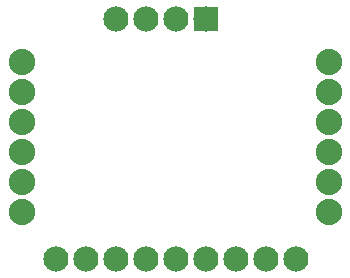
<source format=gbs>
G04 MADE WITH FRITZING*
G04 WWW.FRITZING.ORG*
G04 DOUBLE SIDED*
G04 HOLES PLATED*
G04 CONTOUR ON CENTER OF CONTOUR VECTOR*
%ASAXBY*%
%FSLAX23Y23*%
%MOIN*%
%OFA0B0*%
%SFA1.0B1.0*%
%ADD10C,0.084000*%
%ADD11C,0.088000*%
%ADD12R,0.084000X0.084000*%
%LNMASK0*%
G90*
G70*
G54D10*
X704Y888D03*
X604Y888D03*
X504Y888D03*
X404Y888D03*
X204Y88D03*
X304Y88D03*
X404Y88D03*
X504Y88D03*
X604Y88D03*
X704Y88D03*
X804Y88D03*
X904Y88D03*
X1004Y88D03*
G54D11*
X1113Y743D03*
X1113Y643D03*
X1113Y543D03*
X1113Y443D03*
X1113Y343D03*
X1113Y243D03*
X89Y743D03*
X89Y643D03*
X89Y543D03*
X89Y443D03*
X89Y343D03*
X89Y243D03*
G54D12*
X704Y888D03*
G04 End of Mask0*
M02*
</source>
